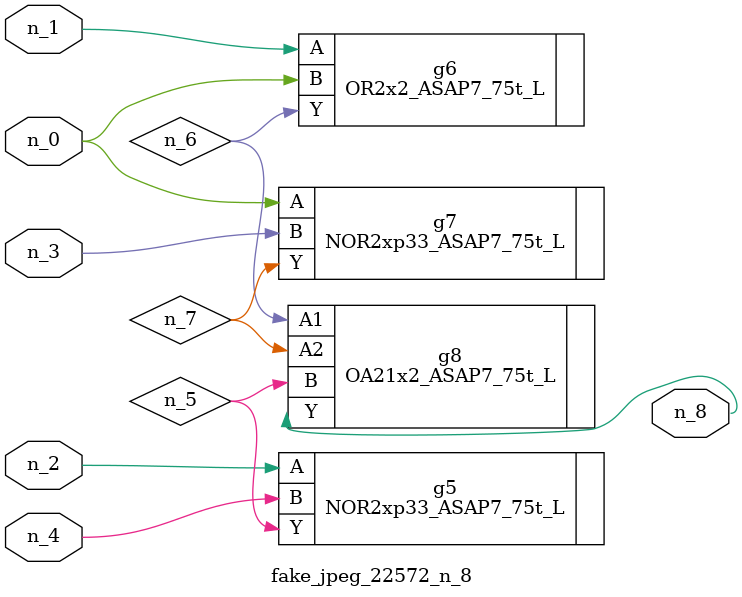
<source format=v>
module fake_jpeg_22572_n_8 (n_3, n_2, n_1, n_0, n_4, n_8);

input n_3;
input n_2;
input n_1;
input n_0;
input n_4;

output n_8;

wire n_6;
wire n_5;
wire n_7;

NOR2xp33_ASAP7_75t_L g5 ( 
.A(n_2),
.B(n_4),
.Y(n_5)
);

OR2x2_ASAP7_75t_L g6 ( 
.A(n_1),
.B(n_0),
.Y(n_6)
);

NOR2xp33_ASAP7_75t_L g7 ( 
.A(n_0),
.B(n_3),
.Y(n_7)
);

OA21x2_ASAP7_75t_L g8 ( 
.A1(n_6),
.A2(n_7),
.B(n_5),
.Y(n_8)
);


endmodule
</source>
